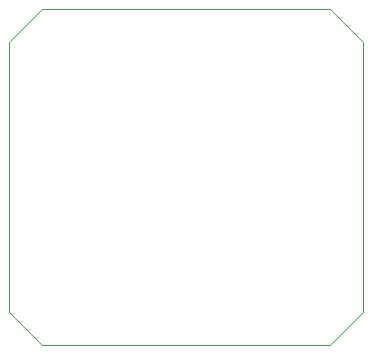
<source format=gm1>
G04 #@! TF.GenerationSoftware,KiCad,Pcbnew,(6.0.7)*
G04 #@! TF.CreationDate,2024-01-15T20:32:35-05:00*
G04 #@! TF.ProjectId,pcb_chip,7063625f-6368-4697-902e-6b696361645f,rev?*
G04 #@! TF.SameCoordinates,Original*
G04 #@! TF.FileFunction,Profile,NP*
%FSLAX46Y46*%
G04 Gerber Fmt 4.6, Leading zero omitted, Abs format (unit mm)*
G04 Created by KiCad (PCBNEW (6.0.7)) date 2024-01-15 20:32:35*
%MOMM*%
%LPD*%
G01*
G04 APERTURE LIST*
G04 #@! TA.AperFunction,Profile*
%ADD10C,0.100000*%
G04 #@! TD*
G04 APERTURE END LIST*
D10*
X143256000Y-82550000D02*
X143256000Y-105410000D01*
X140462000Y-108204000D01*
X116078000Y-108204000D01*
X113284000Y-105410000D01*
X113284000Y-82550000D01*
X116078000Y-79756000D01*
X140462000Y-79756000D01*
X143256000Y-82550000D01*
M02*

</source>
